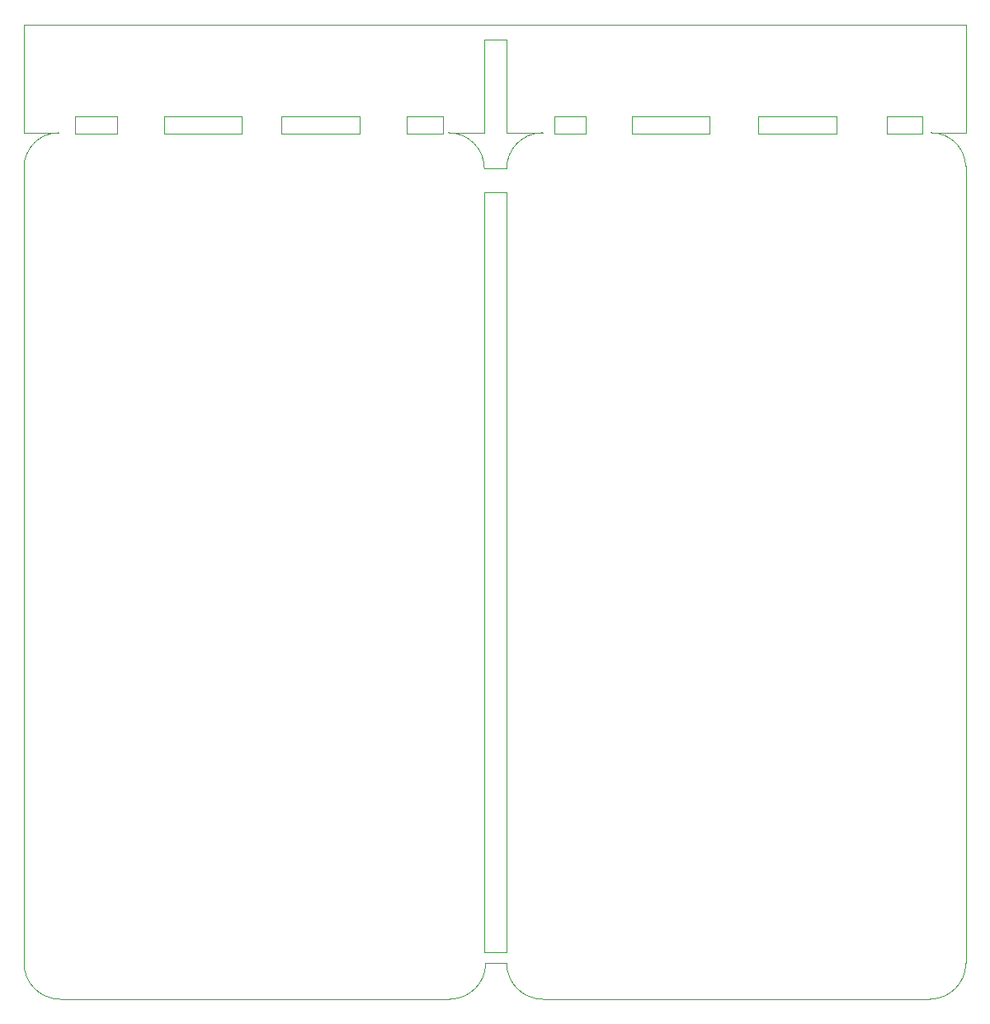
<source format=gm1>
%TF.GenerationSoftware,KiCad,Pcbnew,(7.0.0)*%
%TF.CreationDate,2024-03-11T20:32:42+02:00*%
%TF.ProjectId,quadraptor,71756164-7261-4707-946f-722e6b696361,rev?*%
%TF.SameCoordinates,Original*%
%TF.FileFunction,Profile,NP*%
%FSLAX46Y46*%
G04 Gerber Fmt 4.6, Leading zero omitted, Abs format (unit mm)*
G04 Created by KiCad (PCBNEW (7.0.0)) date 2024-03-11 20:32:42*
%MOMM*%
%LPD*%
G01*
G04 APERTURE LIST*
%TA.AperFunction,Profile*%
%ADD10C,0.100000*%
%TD*%
G04 APERTURE END LIST*
D10*
X161795734Y-67945081D02*
G75*
G03*
X158242000Y-64516000I-3553734J-126919D01*
G01*
X65151000Y-149606000D02*
G75*
G03*
X68834000Y-153418189I3683000J-127000D01*
G01*
X127508000Y-62809250D02*
X135509000Y-62809250D01*
X135509000Y-62809250D02*
X135509000Y-64587250D01*
X135509000Y-64587250D02*
X127508000Y-64587250D01*
X127508000Y-64587250D02*
X127508000Y-62809250D01*
X112395000Y-70612000D02*
X114681000Y-70612000D01*
X114681000Y-70612000D02*
X114681000Y-148590000D01*
X114681000Y-148590000D02*
X112395000Y-148590000D01*
X112395000Y-148590000D02*
X112395000Y-70612000D01*
X112395000Y-68199000D02*
X114681000Y-68199000D01*
X118364000Y-64516000D02*
X114681000Y-64516000D01*
X68707000Y-64516000D02*
X65151000Y-64516000D01*
X108839000Y-153416000D02*
X68834000Y-153418189D01*
X70358000Y-62865000D02*
X74676000Y-62865000D01*
X74676000Y-62865000D02*
X74676000Y-64643000D01*
X74676000Y-64643000D02*
X70358000Y-64643000D01*
X70358000Y-64643000D02*
X70358000Y-62865000D01*
X140525500Y-62809250D02*
X148526500Y-62809250D01*
X148526500Y-62809250D02*
X148526500Y-64587250D01*
X148526500Y-64587250D02*
X140525500Y-64587250D01*
X140525500Y-64587250D02*
X140525500Y-62809250D01*
X158115000Y-153416000D02*
G75*
G03*
X161798000Y-149733000I0J3683000D01*
G01*
X114681000Y-64516000D02*
X114681000Y-54991000D01*
X114681000Y-54991000D02*
X112395000Y-54991000D01*
X112395000Y-64516000D02*
X108712000Y-64516000D01*
X118364000Y-153416000D02*
X158115000Y-153416000D01*
X112395000Y-54991000D02*
X112395000Y-64516000D01*
X68707000Y-64516000D02*
G75*
G03*
X65151000Y-68072000I0J-3556000D01*
G01*
X65151000Y-64516000D02*
X65151000Y-53467000D01*
X153670000Y-62809250D02*
X157353000Y-62809250D01*
X157353000Y-62809250D02*
X157353000Y-64587250D01*
X157353000Y-64587250D02*
X153670000Y-64587250D01*
X153670000Y-64587250D02*
X153670000Y-62809250D01*
X65151000Y-53467000D02*
X161798000Y-53467000D01*
X108839000Y-153416000D02*
G75*
G03*
X112522000Y-149733000I0J3683000D01*
G01*
X158242000Y-64516000D02*
X161798000Y-64516000D01*
X161795734Y-67945081D02*
X161798000Y-149733000D01*
X79502000Y-62809250D02*
X87503000Y-62809250D01*
X87503000Y-62809250D02*
X87503000Y-64587250D01*
X87503000Y-64587250D02*
X79502000Y-64587250D01*
X79502000Y-64587250D02*
X79502000Y-62809250D01*
X104457500Y-62809250D02*
X108140500Y-62809250D01*
X108140500Y-62809250D02*
X108140500Y-64587250D01*
X108140500Y-64587250D02*
X104457500Y-64587250D01*
X104457500Y-64587250D02*
X104457500Y-62809250D01*
X114681000Y-149733000D02*
X112522000Y-149733000D01*
X91567000Y-62809250D02*
X99568000Y-62809250D01*
X99568000Y-62809250D02*
X99568000Y-64587250D01*
X99568000Y-64587250D02*
X91567000Y-64587250D01*
X91567000Y-64587250D02*
X91567000Y-62809250D01*
X65151000Y-149606000D02*
X65151000Y-68072000D01*
X161798000Y-64516000D02*
X161798000Y-53467000D01*
X112395000Y-68199000D02*
G75*
G03*
X108712000Y-64516000I-3683000J0D01*
G01*
X118364000Y-64516000D02*
G75*
G03*
X114681000Y-68199000I0J-3683000D01*
G01*
X114681000Y-149733000D02*
G75*
G03*
X118364000Y-153416000I3683000J0D01*
G01*
X119608600Y-62809250D02*
X122809000Y-62809250D01*
X122809000Y-62809250D02*
X122809000Y-64587250D01*
X122809000Y-64587250D02*
X119608600Y-64587250D01*
X119608600Y-64587250D02*
X119608600Y-62809250D01*
M02*

</source>
